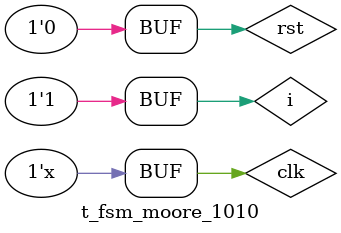
<source format=v>
module t_fsm_moore_1010();
wire y;
reg i,clk,rst;

fsm_moore_1010 m1(y,i,clk,rst);

initial begin
clk=1'b0;rst=1'b0;i=1;
#2 rst=1'b1;
#2 rst=1'b0;
#3 i=1;
#5 i=0;
#10 i=1;
#10 i=0;
#10 i=1;
#10 i=0;
#5 i=1;
end

always #5 clk=~clk;
endmodule

</source>
